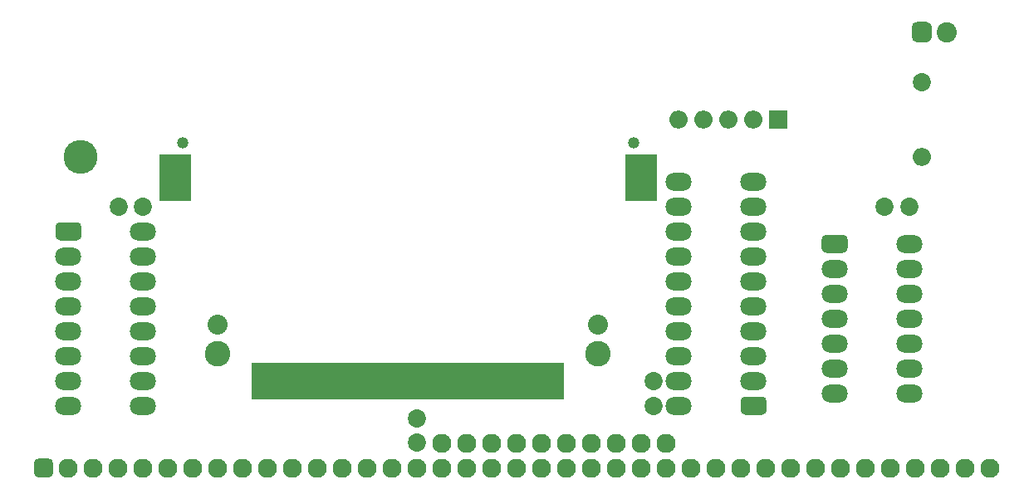
<source format=gbr>
%TF.GenerationSoftware,KiCad,Pcbnew,(5.1.6)-1*%
%TF.CreationDate,2020-12-02T01:01:41-08:00*%
%TF.ProjectId,rc-cfcard,72632d63-6663-4617-9264-2e6b69636164,rev?*%
%TF.SameCoordinates,PX9157080PY9071968*%
%TF.FileFunction,Soldermask,Top*%
%TF.FilePolarity,Negative*%
%FSLAX46Y46*%
G04 Gerber Fmt 4.6, Leading zero omitted, Abs format (unit mm)*
G04 Created by KiCad (PCBNEW (5.1.6)-1) date 2020-12-02 01:01:41*
%MOMM*%
%LPD*%
G01*
G04 APERTURE LIST*
%ADD10C,1.854000*%
%ADD11O,2.654000X1.854000*%
%ADD12O,1.854000X1.854000*%
%ADD13R,1.854000X1.854000*%
%ADD14R,3.254000X4.754000*%
%ADD15C,1.184000*%
%ADD16C,2.034000*%
%ADD17C,2.604000*%
%ADD18R,0.654000X3.754000*%
%ADD19C,2.054000*%
%ADD20O,1.954000X1.954000*%
%ADD21C,1.954000*%
%ADD22C,3.454000*%
G04 APERTURE END LIST*
D10*
%TO.C,C4*%
X39370000Y4180200D03*
X39370000Y6680200D03*
%TD*%
%TO.C,C3*%
X63500000Y10450200D03*
X63500000Y7950200D03*
%TD*%
%TO.C,C2*%
X87035000Y28270200D03*
X89535000Y28270200D03*
%TD*%
%TO.C,C1*%
X8930000Y28270200D03*
X11430000Y28270200D03*
%TD*%
D11*
%TO.C,U2*%
X89535000Y24460200D03*
X81915000Y9220200D03*
X89535000Y21920200D03*
X81915000Y11760200D03*
X89535000Y19380200D03*
X81915000Y14300200D03*
X89535000Y16840200D03*
X81915000Y16840200D03*
X89535000Y14300200D03*
X81915000Y19380200D03*
X89535000Y11760200D03*
X81915000Y21920200D03*
X89535000Y9220200D03*
G36*
G01*
X80588000Y23996700D02*
X80588000Y24923700D01*
G75*
G02*
X81051500Y25387200I463500J0D01*
G01*
X82778500Y25387200D01*
G75*
G02*
X83242000Y24923700I0J-463500D01*
G01*
X83242000Y23996700D01*
G75*
G02*
X82778500Y23533200I-463500J0D01*
G01*
X81051500Y23533200D01*
G75*
G02*
X80588000Y23996700I0J463500D01*
G01*
G37*
%TD*%
D12*
%TO.C,RN1*%
X66040000Y37160200D03*
X68580000Y37160200D03*
X71120000Y37160200D03*
X73660000Y37160200D03*
D13*
X76200000Y37160200D03*
%TD*%
D12*
%TO.C,R1*%
X90805000Y33350200D03*
D10*
X90805000Y40970200D03*
%TD*%
D14*
%TO.C,J3*%
X14670000Y31240200D03*
X62170000Y31240200D03*
D15*
X15420000Y34740200D03*
X61420000Y34740200D03*
D16*
X19050000Y16240200D03*
X57790000Y16240200D03*
D17*
X19050000Y13240200D03*
X57790000Y13240200D03*
D18*
X22860000Y10490200D03*
X24135000Y10490200D03*
X25405000Y10490200D03*
X26675000Y10490200D03*
X27945000Y10490200D03*
X29215000Y10490200D03*
X30485000Y10490200D03*
X31755000Y10490200D03*
X33025000Y10490200D03*
X34295000Y10490200D03*
X35565000Y10490200D03*
X36835000Y10490200D03*
X38105000Y10490200D03*
X39375000Y10490200D03*
X40645000Y10490200D03*
X41915000Y10490200D03*
X43185000Y10490200D03*
X44455000Y10490200D03*
X45725000Y10490200D03*
X46995000Y10490200D03*
X48265000Y10490200D03*
X49535000Y10490200D03*
X50805000Y10490200D03*
X52075000Y10490200D03*
X53345000Y10490200D03*
X23500000Y10490200D03*
X24770000Y10490200D03*
X26040000Y10490200D03*
X27310000Y10490200D03*
X28580000Y10490200D03*
X29850000Y10490200D03*
X31120000Y10490200D03*
X32390000Y10490200D03*
X33660000Y10490200D03*
X34930000Y10490200D03*
X36200000Y10490200D03*
X37470000Y10490200D03*
X38740000Y10490200D03*
X40010000Y10490200D03*
X41280000Y10490200D03*
X42550000Y10490200D03*
X43820000Y10490200D03*
X45090000Y10490200D03*
X46360000Y10490200D03*
X47630000Y10490200D03*
X48900000Y10490200D03*
X50170000Y10490200D03*
X51440000Y10490200D03*
X52710000Y10490200D03*
X53980000Y10490200D03*
%TD*%
D19*
%TO.C,D1*%
X93345000Y46050200D03*
G36*
G01*
X89778000Y45536700D02*
X89778000Y46563700D01*
G75*
G02*
X90291500Y47077200I513500J0D01*
G01*
X91318500Y47077200D01*
G75*
G02*
X91832000Y46563700I0J-513500D01*
G01*
X91832000Y45536700D01*
G75*
G02*
X91318500Y45023200I-513500J0D01*
G01*
X90291500Y45023200D01*
G75*
G02*
X89778000Y45536700I0J513500D01*
G01*
G37*
%TD*%
D11*
%TO.C,U3*%
X66040000Y7950200D03*
X73660000Y30810200D03*
X66040000Y10490200D03*
X73660000Y28270200D03*
X66040000Y13030200D03*
X73660000Y25730200D03*
X66040000Y15570200D03*
X73660000Y23190200D03*
X66040000Y18110200D03*
X73660000Y20650200D03*
X66040000Y20650200D03*
X73660000Y18110200D03*
X66040000Y23190200D03*
X73660000Y15570200D03*
X66040000Y25730200D03*
X73660000Y13030200D03*
X66040000Y28270200D03*
X73660000Y10490200D03*
X66040000Y30810200D03*
G36*
G01*
X74987000Y8413700D02*
X74987000Y7486700D01*
G75*
G02*
X74523500Y7023200I-463500J0D01*
G01*
X72796500Y7023200D01*
G75*
G02*
X72333000Y7486700I0J463500D01*
G01*
X72333000Y8413700D01*
G75*
G02*
X72796500Y8877200I463500J0D01*
G01*
X74523500Y8877200D01*
G75*
G02*
X74987000Y8413700I0J-463500D01*
G01*
G37*
%TD*%
%TO.C,U1*%
X11430000Y25730200D03*
X3810000Y7950200D03*
X11430000Y23190200D03*
X3810000Y10490200D03*
X11430000Y20650200D03*
X3810000Y13030200D03*
X11430000Y18110200D03*
X3810000Y15570200D03*
X11430000Y15570200D03*
X3810000Y18110200D03*
X11430000Y13030200D03*
X3810000Y20650200D03*
X11430000Y10490200D03*
X3810000Y23190200D03*
X11430000Y7950200D03*
G36*
G01*
X2483000Y25266700D02*
X2483000Y26193700D01*
G75*
G02*
X2946500Y26657200I463500J0D01*
G01*
X4673500Y26657200D01*
G75*
G02*
X5137000Y26193700I0J-463500D01*
G01*
X5137000Y25266700D01*
G75*
G02*
X4673500Y24803200I-463500J0D01*
G01*
X2946500Y24803200D01*
G75*
G02*
X2483000Y25266700I0J463500D01*
G01*
G37*
%TD*%
D20*
%TO.C,J2*%
X64770000Y4140200D03*
X62230000Y4140200D03*
X59690000Y4140200D03*
X57150000Y4140200D03*
X54610000Y4140200D03*
X52070000Y4140200D03*
X49530000Y4140200D03*
X46990000Y4140200D03*
X44450000Y4140200D03*
D21*
X41910000Y4140200D03*
%TD*%
D20*
%TO.C,J1*%
X97790000Y1600200D03*
X95250000Y1600200D03*
X92710000Y1600200D03*
X90170000Y1600200D03*
X87630000Y1600200D03*
X85090000Y1600200D03*
X82550000Y1600200D03*
X80010000Y1600200D03*
X77470000Y1600200D03*
X74930000Y1600200D03*
X72390000Y1600200D03*
X69850000Y1600200D03*
X67310000Y1600200D03*
X64770000Y1600200D03*
X62230000Y1600200D03*
X59690000Y1600200D03*
X57150000Y1600200D03*
X54610000Y1600200D03*
X52070000Y1600200D03*
X49530000Y1600200D03*
X46990000Y1600200D03*
X44450000Y1600200D03*
X41910000Y1600200D03*
X39370000Y1600200D03*
X36830000Y1600200D03*
X34290000Y1600200D03*
X31750000Y1600200D03*
X29210000Y1600200D03*
X26670000Y1600200D03*
X24130000Y1600200D03*
X21590000Y1600200D03*
X19050000Y1600200D03*
X16510000Y1600200D03*
X13970000Y1600200D03*
X11430000Y1600200D03*
X8890000Y1600200D03*
X6350000Y1600200D03*
X3810000Y1600200D03*
G36*
G01*
X1758500Y623200D02*
X781500Y623200D01*
G75*
G02*
X293000Y1111700I0J488500D01*
G01*
X293000Y2088700D01*
G75*
G02*
X781500Y2577200I488500J0D01*
G01*
X1758500Y2577200D01*
G75*
G02*
X2247000Y2088700I0J-488500D01*
G01*
X2247000Y1111700D01*
G75*
G02*
X1758500Y623200I-488500J0D01*
G01*
G37*
%TD*%
D22*
%TO.C,*%
X5080000Y33350200D03*
%TD*%
M02*

</source>
